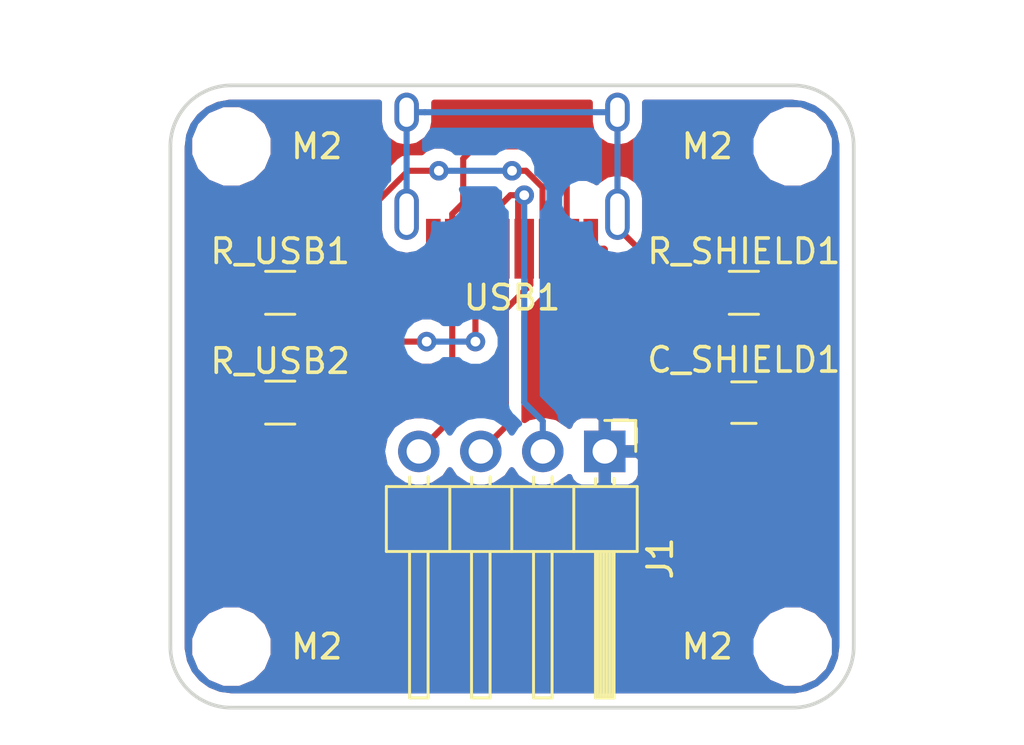
<source format=kicad_pcb>
(kicad_pcb (version 20171130) (host pcbnew "(5.0.2)-1")

  (general
    (thickness 1.6)
    (drawings 8)
    (tracks 64)
    (zones 0)
    (modules 10)
    (nets 10)
  )

  (page A4)
  (title_block
    (title "USB Daughterboard Layout")
    (date 2018-01-03)
    (rev 1)
    (company MetaMechs)
  )

  (layers
    (0 F.Cu signal)
    (31 B.Cu signal)
    (32 B.Adhes user)
    (33 F.Adhes user)
    (34 B.Paste user)
    (35 F.Paste user)
    (36 B.SilkS user)
    (37 F.SilkS user)
    (38 B.Mask user)
    (39 F.Mask user)
    (40 Dwgs.User user)
    (41 Cmts.User user)
    (42 Eco1.User user)
    (43 Eco2.User user)
    (44 Edge.Cuts user)
    (45 Margin user)
    (46 B.CrtYd user)
    (47 F.CrtYd user)
    (48 B.Fab user)
    (49 F.Fab user)
  )

  (setup
    (last_trace_width 0.25)
    (trace_clearance 0.2)
    (zone_clearance 0.508)
    (zone_45_only no)
    (trace_min 0.2)
    (segment_width 0.2)
    (edge_width 0.15)
    (via_size 0.8)
    (via_drill 0.4)
    (via_min_size 0.4)
    (via_min_drill 0.3)
    (uvia_size 0.3)
    (uvia_drill 0.1)
    (uvias_allowed no)
    (uvia_min_size 0.2)
    (uvia_min_drill 0.1)
    (pcb_text_width 0.3)
    (pcb_text_size 1.5 1.5)
    (mod_edge_width 0.15)
    (mod_text_size 1 1)
    (mod_text_width 0.15)
    (pad_size 1.524 1.524)
    (pad_drill 0.762)
    (pad_to_mask_clearance 0.051)
    (solder_mask_min_width 0.25)
    (aux_axis_origin 0 0)
    (visible_elements 7FFFFFFF)
    (pcbplotparams
      (layerselection 0x010fc_ffffffff)
      (usegerberextensions true)
      (usegerberattributes false)
      (usegerberadvancedattributes false)
      (creategerberjobfile false)
      (excludeedgelayer true)
      (linewidth 0.100000)
      (plotframeref false)
      (viasonmask false)
      (mode 1)
      (useauxorigin false)
      (hpglpennumber 1)
      (hpglpenspeed 20)
      (hpglpendiameter 15.000000)
      (psnegative false)
      (psa4output false)
      (plotreference true)
      (plotvalue true)
      (plotinvisibletext false)
      (padsonsilk false)
      (subtractmaskfromsilk false)
      (outputformat 1)
      (mirror false)
      (drillshape 0)
      (scaleselection 1)
      (outputdirectory "gerbers/"))
  )

  (net 0 "")
  (net 1 GND)
  (net 2 "Net-(C_SHIELD1-Pad1)")
  (net 3 "Net-(J1-Pad3)")
  (net 4 "Net-(J1-Pad2)")
  (net 5 "Net-(R_USB1-Pad2)")
  (net 6 "Net-(R_USB2-Pad2)")
  (net 7 "Net-(USB1-Pad9)")
  (net 8 "Net-(USB1-Pad3)")
  (net 9 VCC)

  (net_class Default "This is the default net class."
    (clearance 0.2)
    (trace_width 0.25)
    (via_dia 0.8)
    (via_drill 0.4)
    (uvia_dia 0.3)
    (uvia_drill 0.1)
    (add_net GND)
    (add_net "Net-(C_SHIELD1-Pad1)")
    (add_net "Net-(J1-Pad2)")
    (add_net "Net-(J1-Pad3)")
    (add_net "Net-(R_USB1-Pad2)")
    (add_net "Net-(R_USB2-Pad2)")
    (add_net "Net-(USB1-Pad3)")
    (add_net "Net-(USB1-Pad9)")
    (add_net VCC)
  )

  (module Mounting_Holes:MountingHole_2.2mm_M2 (layer F.Cu) (tedit 5C2DCB76) (tstamp 5C2E1C13)
    (at 25.5 23)
    (descr "Mounting Hole 2.2mm, no annular, M2")
    (tags "mounting hole 2.2mm no annular m2")
    (attr virtual)
    (fp_text reference M2 (at -3.5 0) (layer F.SilkS)
      (effects (font (size 1 1) (thickness 0.15)))
    )
    (fp_text value MountingHole_2.2mm_M2 (at 0 3.2) (layer F.Fab)
      (effects (font (size 1 1) (thickness 0.15)))
    )
    (fp_text user %R (at 0.3 0) (layer F.Fab)
      (effects (font (size 1 1) (thickness 0.15)))
    )
    (fp_circle (center 0 0) (end 2.2 0) (layer Cmts.User) (width 0.15))
    (fp_circle (center 0 0) (end 2.45 0) (layer F.CrtYd) (width 0.05))
    (pad 1 np_thru_hole circle (at 0 0) (size 2.2 2.2) (drill 2.2) (layers *.Cu *.Mask))
  )

  (module Mounting_Holes:MountingHole_2.2mm_M2 (layer F.Cu) (tedit 5C2DCB76) (tstamp 5C2E1C28)
    (at 2.5 23)
    (descr "Mounting Hole 2.2mm, no annular, M2")
    (tags "mounting hole 2.2mm no annular m2")
    (attr virtual)
    (fp_text reference M2 (at 3.5 0) (layer F.SilkS)
      (effects (font (size 1 1) (thickness 0.15)))
    )
    (fp_text value MountingHole_2.2mm_M2 (at 0 3.2) (layer F.Fab)
      (effects (font (size 1 1) (thickness 0.15)))
    )
    (fp_circle (center 0 0) (end 2.45 0) (layer F.CrtYd) (width 0.05))
    (fp_circle (center 0 0) (end 2.2 0) (layer Cmts.User) (width 0.15))
    (fp_text user %R (at 0.3 0) (layer F.Fab)
      (effects (font (size 1 1) (thickness 0.15)))
    )
    (pad 1 np_thru_hole circle (at 0 0) (size 2.2 2.2) (drill 2.2) (layers *.Cu *.Mask))
  )

  (module Mounting_Holes:MountingHole_2.2mm_M2 (layer F.Cu) (tedit 5C2DCB76) (tstamp 5C2E1BE9)
    (at 25.5 2.5)
    (descr "Mounting Hole 2.2mm, no annular, M2")
    (tags "mounting hole 2.2mm no annular m2")
    (attr virtual)
    (fp_text reference M2 (at -3.5 0) (layer F.SilkS)
      (effects (font (size 1 1) (thickness 0.15)))
    )
    (fp_text value MountingHole_2.2mm_M2 (at 0 3.2) (layer F.Fab)
      (effects (font (size 1 1) (thickness 0.15)))
    )
    (fp_circle (center 0 0) (end 2.45 0) (layer F.CrtYd) (width 0.05))
    (fp_circle (center 0 0) (end 2.2 0) (layer Cmts.User) (width 0.15))
    (fp_text user %R (at 0.3 0) (layer F.Fab)
      (effects (font (size 1 1) (thickness 0.15)))
    )
    (pad 1 np_thru_hole circle (at 0 0) (size 2.2 2.2) (drill 2.2) (layers *.Cu *.Mask))
  )

  (module Mounting_Holes:MountingHole_2.2mm_M2 (layer F.Cu) (tedit 5C2DCB76) (tstamp 5C2E1BFE)
    (at 2.5 2.5)
    (descr "Mounting Hole 2.2mm, no annular, M2")
    (tags "mounting hole 2.2mm no annular m2")
    (attr virtual)
    (fp_text reference M2 (at 3.5 0) (layer F.SilkS)
      (effects (font (size 1 1) (thickness 0.15)))
    )
    (fp_text value MountingHole_2.2mm_M2 (at 0 3.2) (layer F.Fab)
      (effects (font (size 1 1) (thickness 0.15)))
    )
    (fp_text user %R (at 0.3 0) (layer F.Fab)
      (effects (font (size 1 1) (thickness 0.15)))
    )
    (fp_circle (center 0 0) (end 2.2 0) (layer Cmts.User) (width 0.15))
    (fp_circle (center 0 0) (end 2.45 0) (layer F.CrtYd) (width 0.05))
    (pad 1 np_thru_hole circle (at 0 0) (size 2.2 2.2) (drill 2.2) (layers *.Cu *.Mask))
  )

  (module Capacitors_SMD:C_0805_HandSoldering (layer F.Cu) (tedit 58AA84A8) (tstamp 5C2E6D5E)
    (at 23.5 13)
    (descr "Capacitor SMD 0805, hand soldering")
    (tags "capacitor 0805")
    (path /5C2F6160)
    (attr smd)
    (fp_text reference C_SHIELD1 (at 0 -1.75) (layer F.SilkS)
      (effects (font (size 1 1) (thickness 0.15)))
    )
    (fp_text value 4.7n (at 0 1.75) (layer F.Fab)
      (effects (font (size 1 1) (thickness 0.15)))
    )
    (fp_line (start 2.25 0.87) (end -2.25 0.87) (layer F.CrtYd) (width 0.05))
    (fp_line (start 2.25 0.87) (end 2.25 -0.88) (layer F.CrtYd) (width 0.05))
    (fp_line (start -2.25 -0.88) (end -2.25 0.87) (layer F.CrtYd) (width 0.05))
    (fp_line (start -2.25 -0.88) (end 2.25 -0.88) (layer F.CrtYd) (width 0.05))
    (fp_line (start -0.5 0.85) (end 0.5 0.85) (layer F.SilkS) (width 0.12))
    (fp_line (start 0.5 -0.85) (end -0.5 -0.85) (layer F.SilkS) (width 0.12))
    (fp_line (start -1 -0.62) (end 1 -0.62) (layer F.Fab) (width 0.1))
    (fp_line (start 1 -0.62) (end 1 0.62) (layer F.Fab) (width 0.1))
    (fp_line (start 1 0.62) (end -1 0.62) (layer F.Fab) (width 0.1))
    (fp_line (start -1 0.62) (end -1 -0.62) (layer F.Fab) (width 0.1))
    (fp_text user %R (at 0 -1.75) (layer F.Fab)
      (effects (font (size 1 1) (thickness 0.15)))
    )
    (pad 2 smd rect (at 1.25 0) (size 1.5 1.25) (layers F.Cu F.Paste F.Mask)
      (net 1 GND))
    (pad 1 smd rect (at -1.25 0) (size 1.5 1.25) (layers F.Cu F.Paste F.Mask)
      (net 2 "Net-(C_SHIELD1-Pad1)"))
    (model Capacitors_SMD.3dshapes/C_0805.wrl
      (at (xyz 0 0 0))
      (scale (xyz 1 1 1))
      (rotate (xyz 0 0 0))
    )
  )

  (module keyboard_parts:Pin_Header_Angled_1x04_Pitch2.54mm_centered (layer F.Cu) (tedit 5C0A37D5) (tstamp 5C2E6887)
    (at 14 15 270)
    (descr "Through hole angled pin header, 1x04, 2.54mm pitch, 6mm pin length, single row")
    (tags "Through hole angled pin header THT 1x04 2.54mm single row")
    (path /5C1363D1)
    (fp_text reference J1 (at 4.385 -6.07 270) (layer F.SilkS)
      (effects (font (size 1 1) (thickness 0.15)))
    )
    (fp_text value Conn_01x04 (at 4.385 6.09 270) (layer F.Fab)
      (effects (font (size 1 1) (thickness 0.15)))
    )
    (fp_text user %R (at 2.77 0.01) (layer F.Fab)
      (effects (font (size 1 1) (thickness 0.15)))
    )
    (fp_line (start 10.55 -5.6) (end -1.8 -5.6) (layer F.CrtYd) (width 0.05))
    (fp_line (start 10.55 5.6) (end 10.55 -5.6) (layer F.CrtYd) (width 0.05))
    (fp_line (start -1.8 5.6) (end 10.55 5.6) (layer F.CrtYd) (width 0.05))
    (fp_line (start -1.8 -5.6) (end -1.8 5.6) (layer F.CrtYd) (width 0.05))
    (fp_line (start -1.27 -5.07) (end 0 -5.07) (layer F.SilkS) (width 0.12))
    (fp_line (start -1.27 -3.8) (end -1.27 -5.07) (layer F.SilkS) (width 0.12))
    (fp_line (start 1.042929 4.2) (end 1.44 4.2) (layer F.SilkS) (width 0.12))
    (fp_line (start 1.042929 3.44) (end 1.44 3.44) (layer F.SilkS) (width 0.12))
    (fp_line (start 10.1 4.2) (end 4.1 4.2) (layer F.SilkS) (width 0.12))
    (fp_line (start 10.1 3.44) (end 10.1 4.2) (layer F.SilkS) (width 0.12))
    (fp_line (start 4.1 3.44) (end 10.1 3.44) (layer F.SilkS) (width 0.12))
    (fp_line (start 1.44 2.55) (end 4.1 2.55) (layer F.SilkS) (width 0.12))
    (fp_line (start 1.042929 1.66) (end 1.44 1.66) (layer F.SilkS) (width 0.12))
    (fp_line (start 1.042929 0.9) (end 1.44 0.9) (layer F.SilkS) (width 0.12))
    (fp_line (start 10.1 1.66) (end 4.1 1.66) (layer F.SilkS) (width 0.12))
    (fp_line (start 10.1 0.9) (end 10.1 1.66) (layer F.SilkS) (width 0.12))
    (fp_line (start 4.1 0.9) (end 10.1 0.9) (layer F.SilkS) (width 0.12))
    (fp_line (start 1.44 0.01) (end 4.1 0.01) (layer F.SilkS) (width 0.12))
    (fp_line (start 1.042929 -0.88) (end 1.44 -0.88) (layer F.SilkS) (width 0.12))
    (fp_line (start 1.042929 -1.64) (end 1.44 -1.64) (layer F.SilkS) (width 0.12))
    (fp_line (start 10.1 -0.88) (end 4.1 -0.88) (layer F.SilkS) (width 0.12))
    (fp_line (start 10.1 -1.64) (end 10.1 -0.88) (layer F.SilkS) (width 0.12))
    (fp_line (start 4.1 -1.64) (end 10.1 -1.64) (layer F.SilkS) (width 0.12))
    (fp_line (start 1.44 -2.53) (end 4.1 -2.53) (layer F.SilkS) (width 0.12))
    (fp_line (start 1.11 -3.42) (end 1.44 -3.42) (layer F.SilkS) (width 0.12))
    (fp_line (start 1.11 -4.18) (end 1.44 -4.18) (layer F.SilkS) (width 0.12))
    (fp_line (start 4.1 -3.52) (end 10.1 -3.52) (layer F.SilkS) (width 0.12))
    (fp_line (start 4.1 -3.64) (end 10.1 -3.64) (layer F.SilkS) (width 0.12))
    (fp_line (start 4.1 -3.76) (end 10.1 -3.76) (layer F.SilkS) (width 0.12))
    (fp_line (start 4.1 -3.88) (end 10.1 -3.88) (layer F.SilkS) (width 0.12))
    (fp_line (start 4.1 -4) (end 10.1 -4) (layer F.SilkS) (width 0.12))
    (fp_line (start 4.1 -4.12) (end 10.1 -4.12) (layer F.SilkS) (width 0.12))
    (fp_line (start 10.1 -3.42) (end 4.1 -3.42) (layer F.SilkS) (width 0.12))
    (fp_line (start 10.1 -4.18) (end 10.1 -3.42) (layer F.SilkS) (width 0.12))
    (fp_line (start 4.1 -4.18) (end 10.1 -4.18) (layer F.SilkS) (width 0.12))
    (fp_line (start 4.1 -5.13) (end 1.44 -5.13) (layer F.SilkS) (width 0.12))
    (fp_line (start 4.1 5.15) (end 4.1 -5.13) (layer F.SilkS) (width 0.12))
    (fp_line (start 1.44 5.15) (end 4.1 5.15) (layer F.SilkS) (width 0.12))
    (fp_line (start 1.44 -5.13) (end 1.44 5.15) (layer F.SilkS) (width 0.12))
    (fp_line (start 4.04 4.14) (end 10.04 4.14) (layer F.Fab) (width 0.1))
    (fp_line (start 10.04 3.5) (end 10.04 4.14) (layer F.Fab) (width 0.1))
    (fp_line (start 4.04 3.5) (end 10.04 3.5) (layer F.Fab) (width 0.1))
    (fp_line (start -0.32 4.14) (end 1.5 4.14) (layer F.Fab) (width 0.1))
    (fp_line (start -0.32 3.5) (end -0.32 4.14) (layer F.Fab) (width 0.1))
    (fp_line (start -0.32 3.5) (end 1.5 3.5) (layer F.Fab) (width 0.1))
    (fp_line (start 4.04 1.6) (end 10.04 1.6) (layer F.Fab) (width 0.1))
    (fp_line (start 10.04 0.96) (end 10.04 1.6) (layer F.Fab) (width 0.1))
    (fp_line (start 4.04 0.96) (end 10.04 0.96) (layer F.Fab) (width 0.1))
    (fp_line (start -0.32 1.6) (end 1.5 1.6) (layer F.Fab) (width 0.1))
    (fp_line (start -0.32 0.96) (end -0.32 1.6) (layer F.Fab) (width 0.1))
    (fp_line (start -0.32 0.96) (end 1.5 0.96) (layer F.Fab) (width 0.1))
    (fp_line (start 4.04 -0.94) (end 10.04 -0.94) (layer F.Fab) (width 0.1))
    (fp_line (start 10.04 -1.58) (end 10.04 -0.94) (layer F.Fab) (width 0.1))
    (fp_line (start 4.04 -1.58) (end 10.04 -1.58) (layer F.Fab) (width 0.1))
    (fp_line (start -0.32 -0.94) (end 1.5 -0.94) (layer F.Fab) (width 0.1))
    (fp_line (start -0.32 -1.58) (end -0.32 -0.94) (layer F.Fab) (width 0.1))
    (fp_line (start -0.32 -1.58) (end 1.5 -1.58) (layer F.Fab) (width 0.1))
    (fp_line (start 4.04 -3.48) (end 10.04 -3.48) (layer F.Fab) (width 0.1))
    (fp_line (start 10.04 -4.12) (end 10.04 -3.48) (layer F.Fab) (width 0.1))
    (fp_line (start 4.04 -4.12) (end 10.04 -4.12) (layer F.Fab) (width 0.1))
    (fp_line (start -0.32 -3.48) (end 1.5 -3.48) (layer F.Fab) (width 0.1))
    (fp_line (start -0.32 -4.12) (end -0.32 -3.48) (layer F.Fab) (width 0.1))
    (fp_line (start -0.32 -4.12) (end 1.5 -4.12) (layer F.Fab) (width 0.1))
    (fp_line (start 1.5 -4.435) (end 2.135 -5.07) (layer F.Fab) (width 0.1))
    (fp_line (start 1.5 5.09) (end 1.5 -4.435) (layer F.Fab) (width 0.1))
    (fp_line (start 4.04 5.09) (end 1.5 5.09) (layer F.Fab) (width 0.1))
    (fp_line (start 4.04 -5.07) (end 4.04 5.09) (layer F.Fab) (width 0.1))
    (fp_line (start 2.135 -5.07) (end 4.04 -5.07) (layer F.Fab) (width 0.1))
    (pad 4 thru_hole oval (at 0 3.82 270) (size 1.7 1.7) (drill 1) (layers *.Cu *.Mask)
      (net 9 VCC))
    (pad 3 thru_hole oval (at 0 1.28 270) (size 1.7 1.7) (drill 1) (layers *.Cu *.Mask)
      (net 3 "Net-(J1-Pad3)"))
    (pad 2 thru_hole oval (at 0 -1.26 270) (size 1.7 1.7) (drill 1) (layers *.Cu *.Mask)
      (net 4 "Net-(J1-Pad2)"))
    (pad 1 thru_hole rect (at 0 -3.8 270) (size 1.7 1.7) (drill 1) (layers *.Cu *.Mask)
      (net 1 GND))
    (model ${KISYS3DMOD}/Pin_Headers.3dshapes/Pin_Header_Angled_1x04_Pitch2.54mm.wrl
      (at (xyz 0 0 0))
      (scale (xyz 1 1 1))
      (rotate (xyz 0 0 0))
    )
  )

  (module Resistors_SMD:R_0805_HandSoldering (layer F.Cu) (tedit 58E0A804) (tstamp 5C2E6898)
    (at 23.5 8.5)
    (descr "Resistor SMD 0805, hand soldering")
    (tags "resistor 0805")
    (path /5C2F5F14)
    (attr smd)
    (fp_text reference R_SHIELD1 (at 0 -1.7) (layer F.SilkS)
      (effects (font (size 1 1) (thickness 0.15)))
    )
    (fp_text value 1M (at 0 1.75) (layer F.Fab)
      (effects (font (size 1 1) (thickness 0.15)))
    )
    (fp_line (start 2.35 0.9) (end -2.35 0.9) (layer F.CrtYd) (width 0.05))
    (fp_line (start 2.35 0.9) (end 2.35 -0.9) (layer F.CrtYd) (width 0.05))
    (fp_line (start -2.35 -0.9) (end -2.35 0.9) (layer F.CrtYd) (width 0.05))
    (fp_line (start -2.35 -0.9) (end 2.35 -0.9) (layer F.CrtYd) (width 0.05))
    (fp_line (start -0.6 -0.88) (end 0.6 -0.88) (layer F.SilkS) (width 0.12))
    (fp_line (start 0.6 0.88) (end -0.6 0.88) (layer F.SilkS) (width 0.12))
    (fp_line (start -1 -0.62) (end 1 -0.62) (layer F.Fab) (width 0.1))
    (fp_line (start 1 -0.62) (end 1 0.62) (layer F.Fab) (width 0.1))
    (fp_line (start 1 0.62) (end -1 0.62) (layer F.Fab) (width 0.1))
    (fp_line (start -1 0.62) (end -1 -0.62) (layer F.Fab) (width 0.1))
    (fp_text user %R (at 0 0) (layer F.Fab)
      (effects (font (size 0.5 0.5) (thickness 0.075)))
    )
    (pad 2 smd rect (at 1.35 0) (size 1.5 1.3) (layers F.Cu F.Paste F.Mask)
      (net 1 GND))
    (pad 1 smd rect (at -1.35 0) (size 1.5 1.3) (layers F.Cu F.Paste F.Mask)
      (net 2 "Net-(C_SHIELD1-Pad1)"))
    (model ${KISYS3DMOD}/Resistors_SMD.3dshapes/R_0805.wrl
      (at (xyz 0 0 0))
      (scale (xyz 1 1 1))
      (rotate (xyz 0 0 0))
    )
  )

  (module Resistors_SMD:R_0805_HandSoldering (layer F.Cu) (tedit 58E0A804) (tstamp 5C2E68A9)
    (at 4.5 8.5)
    (descr "Resistor SMD 0805, hand soldering")
    (tags "resistor 0805")
    (path /5C3D6CD9)
    (attr smd)
    (fp_text reference R_USB1 (at 0 -1.7) (layer F.SilkS)
      (effects (font (size 1 1) (thickness 0.15)))
    )
    (fp_text value 5.1K (at 0 1.75) (layer F.Fab)
      (effects (font (size 1 1) (thickness 0.15)))
    )
    (fp_line (start 2.35 0.9) (end -2.35 0.9) (layer F.CrtYd) (width 0.05))
    (fp_line (start 2.35 0.9) (end 2.35 -0.9) (layer F.CrtYd) (width 0.05))
    (fp_line (start -2.35 -0.9) (end -2.35 0.9) (layer F.CrtYd) (width 0.05))
    (fp_line (start -2.35 -0.9) (end 2.35 -0.9) (layer F.CrtYd) (width 0.05))
    (fp_line (start -0.6 -0.88) (end 0.6 -0.88) (layer F.SilkS) (width 0.12))
    (fp_line (start 0.6 0.88) (end -0.6 0.88) (layer F.SilkS) (width 0.12))
    (fp_line (start -1 -0.62) (end 1 -0.62) (layer F.Fab) (width 0.1))
    (fp_line (start 1 -0.62) (end 1 0.62) (layer F.Fab) (width 0.1))
    (fp_line (start 1 0.62) (end -1 0.62) (layer F.Fab) (width 0.1))
    (fp_line (start -1 0.62) (end -1 -0.62) (layer F.Fab) (width 0.1))
    (fp_text user %R (at 0 0) (layer F.Fab)
      (effects (font (size 0.5 0.5) (thickness 0.075)))
    )
    (pad 2 smd rect (at 1.35 0) (size 1.5 1.3) (layers F.Cu F.Paste F.Mask)
      (net 5 "Net-(R_USB1-Pad2)"))
    (pad 1 smd rect (at -1.35 0) (size 1.5 1.3) (layers F.Cu F.Paste F.Mask)
      (net 1 GND))
    (model ${KISYS3DMOD}/Resistors_SMD.3dshapes/R_0805.wrl
      (at (xyz 0 0 0))
      (scale (xyz 1 1 1))
      (rotate (xyz 0 0 0))
    )
  )

  (module Resistors_SMD:R_0805_HandSoldering (layer F.Cu) (tedit 58E0A804) (tstamp 5C2E6DAF)
    (at 4.5 13)
    (descr "Resistor SMD 0805, hand soldering")
    (tags "resistor 0805")
    (path /5C3D65BA)
    (attr smd)
    (fp_text reference R_USB2 (at 0 -1.7) (layer F.SilkS)
      (effects (font (size 1 1) (thickness 0.15)))
    )
    (fp_text value 5.1K (at 0 1.75) (layer F.Fab)
      (effects (font (size 1 1) (thickness 0.15)))
    )
    (fp_text user %R (at 0 0) (layer F.Fab)
      (effects (font (size 0.5 0.5) (thickness 0.075)))
    )
    (fp_line (start -1 0.62) (end -1 -0.62) (layer F.Fab) (width 0.1))
    (fp_line (start 1 0.62) (end -1 0.62) (layer F.Fab) (width 0.1))
    (fp_line (start 1 -0.62) (end 1 0.62) (layer F.Fab) (width 0.1))
    (fp_line (start -1 -0.62) (end 1 -0.62) (layer F.Fab) (width 0.1))
    (fp_line (start 0.6 0.88) (end -0.6 0.88) (layer F.SilkS) (width 0.12))
    (fp_line (start -0.6 -0.88) (end 0.6 -0.88) (layer F.SilkS) (width 0.12))
    (fp_line (start -2.35 -0.9) (end 2.35 -0.9) (layer F.CrtYd) (width 0.05))
    (fp_line (start -2.35 -0.9) (end -2.35 0.9) (layer F.CrtYd) (width 0.05))
    (fp_line (start 2.35 0.9) (end 2.35 -0.9) (layer F.CrtYd) (width 0.05))
    (fp_line (start 2.35 0.9) (end -2.35 0.9) (layer F.CrtYd) (width 0.05))
    (pad 1 smd rect (at -1.35 0) (size 1.5 1.3) (layers F.Cu F.Paste F.Mask)
      (net 1 GND))
    (pad 2 smd rect (at 1.35 0) (size 1.5 1.3) (layers F.Cu F.Paste F.Mask)
      (net 6 "Net-(R_USB2-Pad2)"))
    (model ${KISYS3DMOD}/Resistors_SMD.3dshapes/R_0805.wrl
      (at (xyz 0 0 0))
      (scale (xyz 1 1 1))
      (rotate (xyz 0 0 0))
    )
  )

  (module Type-C:HRO-TYPE-C-31-M-12-HandSoldering (layer F.Cu) (tedit 5ACED934) (tstamp 5C2E68D4)
    (at 14 -1.5 180)
    (path /5C25A94F)
    (fp_text reference USB1 (at 0 -10.2 180) (layer F.SilkS)
      (effects (font (size 1 1) (thickness 0.15)))
    )
    (fp_text value HRO-TYPE-C-31-M-12 (at 0 1.15 180) (layer Dwgs.User)
      (effects (font (size 1 1) (thickness 0.15)))
    )
    (fp_line (start -4.47 -7.3) (end 4.47 -7.3) (layer Dwgs.User) (width 0.15))
    (fp_line (start 4.47 0) (end 4.47 -7.3) (layer Dwgs.User) (width 0.15))
    (fp_line (start -4.47 0) (end -4.47 -7.3) (layer Dwgs.User) (width 0.15))
    (fp_line (start -4.47 0) (end 4.47 0) (layer Dwgs.User) (width 0.15))
    (pad 13 thru_hole oval (at 4.32 -2.6 180) (size 1 1.6) (drill oval 0.6 1.2) (layers *.Cu B.Mask)
      (net 2 "Net-(C_SHIELD1-Pad1)"))
    (pad 13 thru_hole oval (at -4.32 -2.6 180) (size 1 1.6) (drill oval 0.6 1.2) (layers *.Cu B.Mask)
      (net 2 "Net-(C_SHIELD1-Pad1)"))
    (pad 13 thru_hole oval (at 4.32 -6.78 180) (size 1 2.1) (drill oval 0.6 1.7) (layers *.Cu B.Mask)
      (net 2 "Net-(C_SHIELD1-Pad1)"))
    (pad 13 thru_hole oval (at -4.32 -6.78 180) (size 1 2.1) (drill oval 0.6 1.7) (layers *.Cu B.Mask)
      (net 2 "Net-(C_SHIELD1-Pad1)"))
    (pad "" np_thru_hole circle (at -2.89 -6.25 180) (size 0.65 0.65) (drill 0.65) (layers *.Cu *.Mask))
    (pad "" np_thru_hole circle (at 2.89 -6.25 180) (size 0.65 0.65) (drill 0.65) (layers *.Cu *.Mask))
    (pad 6 smd rect (at -0.25 -8.195 180) (size 0.3 2.45) (layers F.Cu F.Paste F.Mask)
      (net 4 "Net-(J1-Pad2)"))
    (pad 7 smd rect (at 0.25 -8.195 180) (size 0.3 2.45) (layers F.Cu F.Paste F.Mask)
      (net 3 "Net-(J1-Pad3)"))
    (pad 8 smd rect (at 0.75 -8.195 180) (size 0.3 2.45) (layers F.Cu F.Paste F.Mask)
      (net 4 "Net-(J1-Pad2)"))
    (pad 5 smd rect (at -0.75 -8.195 180) (size 0.3 2.45) (layers F.Cu F.Paste F.Mask)
      (net 3 "Net-(J1-Pad3)"))
    (pad 9 smd rect (at 1.25 -8.195 180) (size 0.3 2.45) (layers F.Cu F.Paste F.Mask)
      (net 7 "Net-(USB1-Pad9)"))
    (pad 4 smd rect (at -1.25 -8.195 180) (size 0.3 2.45) (layers F.Cu F.Paste F.Mask)
      (net 5 "Net-(R_USB1-Pad2)"))
    (pad 10 smd rect (at 1.75 -8.195 180) (size 0.3 2.45) (layers F.Cu F.Paste F.Mask)
      (net 6 "Net-(R_USB2-Pad2)"))
    (pad 3 smd rect (at -1.75 -8.195 180) (size 0.3 2.45) (layers F.Cu F.Paste F.Mask)
      (net 8 "Net-(USB1-Pad3)"))
    (pad 2 smd rect (at -2.45 -8.195 180) (size 0.6 2.45) (layers F.Cu F.Paste F.Mask)
      (net 9 VCC))
    (pad 11 smd rect (at 2.45 -8.195 180) (size 0.6 2.45) (layers F.Cu F.Paste F.Mask)
      (net 9 VCC))
    (pad 1 smd rect (at -3.225 -8.195 180) (size 0.6 2.45) (layers F.Cu F.Paste F.Mask)
      (net 1 GND))
    (pad 12 smd rect (at 3.225 -8.195 180) (size 0.6 2.45) (layers F.Cu F.Paste F.Mask)
      (net 1 GND))
  )

  (gr_line (start 0 2.5) (end 0 23) (layer Edge.Cuts) (width 0.15) (tstamp 5C2E1BDD))
  (gr_line (start 28 2.5) (end 28 23) (layer Edge.Cuts) (width 0.15) (tstamp 5C2E1BE0))
  (gr_line (start 2.5 0) (end 25.5 0) (layer Edge.Cuts) (width 0.15) (tstamp 5C2E1BCE))
  (gr_line (start 25.5 25.5) (end 2.5 25.5) (layer Edge.Cuts) (width 0.15) (tstamp 5C2E1BD1))
  (gr_arc (start 25.5 2.5) (end 28 2.5) (angle -90) (layer Edge.Cuts) (width 0.15) (tstamp 5C2E1BD4))
  (gr_arc (start 2.5 2.5) (end 2.5 0) (angle -90) (layer Edge.Cuts) (width 0.15) (tstamp 5C2E1BCB))
  (gr_arc (start 2.5 23) (end 0 23) (angle -90) (layer Edge.Cuts) (width 0.15) (tstamp 5C2E1BD7))
  (gr_arc (start 25.5 23) (end 25.5 25.5) (angle -90) (layer Edge.Cuts) (width 0.15) (tstamp 5C2E1BDA))

  (segment (start 17.8 13.9) (end 17.8 15) (width 0.25) (layer F.Cu) (net 1))
  (segment (start 17.8 6.72) (end 17.8 13.9) (width 0.25) (layer F.Cu) (net 1))
  (segment (start 17.775 6.695) (end 17.8 6.72) (width 0.25) (layer F.Cu) (net 1))
  (segment (start 17.225 6.695) (end 17.775 6.695) (width 0.25) (layer F.Cu) (net 1))
  (segment (start 10.775 7.62) (end 10.775 6.695) (width 0.25) (layer F.Cu) (net 1))
  (segment (start 8.395 10) (end 10.775 7.62) (width 0.25) (layer F.Cu) (net 1))
  (segment (start 3.75 10) (end 8.395 10) (width 0.25) (layer F.Cu) (net 1))
  (segment (start 3.15 9.4) (end 3.75 10) (width 0.25) (layer F.Cu) (net 1))
  (segment (start 3.15 8.5) (end 3.15 9.4) (width 0.25) (layer F.Cu) (net 1))
  (segment (start 9.68 5.28) (end 9.68 1.1) (width 0.25) (layer B.Cu) (net 2))
  (segment (start 10.43 1.1) (end 18.32 1.1) (width 0.25) (layer B.Cu) (net 2))
  (segment (start 9.68 1.1) (end 10.43 1.1) (width 0.25) (layer B.Cu) (net 2))
  (segment (start 18.32 1.1) (end 18.32 5.28) (width 0.25) (layer B.Cu) (net 2))
  (segment (start 21.15 8.5) (end 22.15 8.5) (width 0.25) (layer F.Cu) (net 2))
  (segment (start 20.99 8.5) (end 21.15 8.5) (width 0.25) (layer F.Cu) (net 2))
  (segment (start 18.32 5.83) (end 20.99 8.5) (width 0.25) (layer F.Cu) (net 2))
  (segment (start 18.32 5.28) (end 18.32 5.83) (width 0.25) (layer F.Cu) (net 2))
  (segment (start 22.15 12.9) (end 22.25 13) (width 0.25) (layer F.Cu) (net 2))
  (segment (start 22.15 8.5) (end 22.15 12.9) (width 0.25) (layer F.Cu) (net 2))
  (segment (start 12.72 15) (end 13.75 13.97) (width 0.25) (layer F.Cu) (net 3))
  (segment (start 13.75 9.17) (end 13.75 9.5) (width 0.25) (layer F.Cu) (net 3))
  (segment (start 14.75 8.17) (end 13.75 9.17) (width 0.25) (layer F.Cu) (net 3))
  (segment (start 14.75 6.695) (end 14.75 8.17) (width 0.25) (layer F.Cu) (net 3))
  (segment (start 13.75 13.97) (end 13.75 9.5) (width 0.25) (layer F.Cu) (net 3))
  (segment (start 13.75 9.5) (end 13.75 6.695) (width 0.25) (layer F.Cu) (net 3))
  (via (at 14.5 4.5) (size 0.8) (drill 0.4) (layers F.Cu B.Cu) (net 4))
  (segment (start 14.25 6.695) (end 14.25 4.75) (width 0.25) (layer F.Cu) (net 4))
  (segment (start 14.25 4.75) (end 14.5 4.5) (width 0.25) (layer F.Cu) (net 4))
  (segment (start 14.5 4.5) (end 14.5 13) (width 0.25) (layer B.Cu) (net 4))
  (segment (start 15.26 13.76) (end 15.26 15) (width 0.25) (layer B.Cu) (net 4))
  (segment (start 14.5 13) (end 15.26 13.76) (width 0.25) (layer B.Cu) (net 4))
  (segment (start 13.25 5.22) (end 13.25 6.695) (width 0.25) (layer F.Cu) (net 4))
  (segment (start 13.25 5.184315) (end 13.25 5.22) (width 0.25) (layer F.Cu) (net 4))
  (segment (start 13.934315 4.5) (end 13.25 5.184315) (width 0.25) (layer F.Cu) (net 4))
  (segment (start 14.5 4.5) (end 13.934315 4.5) (width 0.25) (layer F.Cu) (net 4))
  (via (at 14 3.5) (size 0.8) (drill 0.4) (layers F.Cu B.Cu) (net 5))
  (segment (start 14.573002 3.5) (end 14 3.5) (width 0.25) (layer F.Cu) (net 5))
  (segment (start 15.25 6.695) (end 15.25 4.176998) (width 0.25) (layer F.Cu) (net 5))
  (segment (start 15.25 4.176998) (end 14.573002 3.5) (width 0.25) (layer F.Cu) (net 5))
  (via (at 11 3.5) (size 0.8) (drill 0.4) (layers F.Cu B.Cu) (net 5))
  (segment (start 14 3.5) (end 11 3.5) (width 0.25) (layer B.Cu) (net 5))
  (segment (start 5.85 7.6) (end 5.85 8.5) (width 0.25) (layer F.Cu) (net 5))
  (segment (start 5.85 7.39326) (end 5.85 7.6) (width 0.25) (layer F.Cu) (net 5))
  (segment (start 9.74326 3.5) (end 5.85 7.39326) (width 0.25) (layer F.Cu) (net 5))
  (segment (start 11 3.5) (end 9.74326 3.5) (width 0.25) (layer F.Cu) (net 5))
  (via (at 12.5 10.5) (size 0.8) (drill 0.4) (layers F.Cu B.Cu) (net 6))
  (segment (start 12.5 8.42) (end 12.5 10.5) (width 0.25) (layer F.Cu) (net 6))
  (segment (start 12.25 6.695) (end 12.25 8.17) (width 0.25) (layer F.Cu) (net 6))
  (segment (start 12.25 8.17) (end 12.5 8.42) (width 0.25) (layer F.Cu) (net 6))
  (via (at 10.5 10.5) (size 0.8) (drill 0.4) (layers F.Cu B.Cu) (net 6))
  (segment (start 12.5 10.5) (end 10.5 10.5) (width 0.25) (layer B.Cu) (net 6))
  (segment (start 5.85 12.1) (end 5.85 13) (width 0.25) (layer F.Cu) (net 6))
  (segment (start 7.45 10.5) (end 5.85 12.1) (width 0.25) (layer F.Cu) (net 6))
  (segment (start 10.5 10.5) (end 7.45 10.5) (width 0.25) (layer F.Cu) (net 6))
  (segment (start 16.239999 6.484999) (end 16.239999 3.239999) (width 0.25) (layer F.Cu) (net 9))
  (segment (start 16.45 6.695) (end 16.239999 6.484999) (width 0.25) (layer F.Cu) (net 9))
  (segment (start 16.239999 3.239999) (end 15.5 2.5) (width 0.25) (layer F.Cu) (net 9))
  (segment (start 15.5 2.5) (end 12.5 2.5) (width 0.25) (layer F.Cu) (net 9))
  (segment (start 12.5 2.5) (end 12 3) (width 0.25) (layer F.Cu) (net 9))
  (segment (start 11.55 5.272002) (end 11.55 6.695) (width 0.25) (layer F.Cu) (net 9))
  (segment (start 12 4.822002) (end 11.55 5.272002) (width 0.25) (layer F.Cu) (net 9))
  (segment (start 12 3) (end 12 4.822002) (width 0.25) (layer F.Cu) (net 9))
  (segment (start 11.55 13.63) (end 11.55 6.695) (width 0.25) (layer F.Cu) (net 9))
  (segment (start 10.18 15) (end 11.55 13.63) (width 0.25) (layer F.Cu) (net 9))

  (zone (net 1) (net_name GND) (layer F.Cu) (tstamp 5C2E6790) (hatch edge 0.508)
    (connect_pads (clearance 0.508))
    (min_thickness 0.254)
    (fill yes (arc_segments 16) (thermal_gap 0.508) (thermal_bridge_width 0.508))
    (polygon
      (pts
        (xy 0 0) (xy 28 0) (xy 28 25.5) (xy 0 25.5)
      )
    )
    (filled_polygon
      (pts
        (xy 8.545 1.511782) (xy 8.610854 1.842854) (xy 8.861711 2.218289) (xy 9.237145 2.469146) (xy 9.68 2.557235)
        (xy 10.122854 2.469146) (xy 10.498289 2.218289) (xy 10.749146 1.842855) (xy 10.815 1.511783) (xy 10.815 0.71)
        (xy 17.185 0.71) (xy 17.185 1.511782) (xy 17.250854 1.842854) (xy 17.501711 2.218289) (xy 17.877145 2.469146)
        (xy 18.32 2.557235) (xy 18.762854 2.469146) (xy 19.138289 2.218289) (xy 19.180652 2.154887) (xy 23.765 2.154887)
        (xy 23.765 2.845113) (xy 24.029138 3.482799) (xy 24.517201 3.970862) (xy 25.154887 4.235) (xy 25.845113 4.235)
        (xy 26.482799 3.970862) (xy 26.970862 3.482799) (xy 27.235 2.845113) (xy 27.235 2.154887) (xy 26.970862 1.517201)
        (xy 26.482799 1.029138) (xy 25.845113 0.765) (xy 25.154887 0.765) (xy 24.517201 1.029138) (xy 24.029138 1.517201)
        (xy 23.765 2.154887) (xy 19.180652 2.154887) (xy 19.389146 1.842855) (xy 19.455 1.511783) (xy 19.455 0.71)
        (xy 25.455335 0.71) (xy 25.943752 0.771701) (xy 26.35962 0.936355) (xy 26.721476 1.199259) (xy 27.006581 1.543891)
        (xy 27.197024 1.948604) (xy 27.287172 2.421175) (xy 27.29 2.511163) (xy 27.290001 22.95532) (xy 27.228299 23.443751)
        (xy 27.063646 23.859618) (xy 26.800741 24.221477) (xy 26.456105 24.506583) (xy 26.051395 24.697024) (xy 25.578825 24.787172)
        (xy 25.488837 24.79) (xy 2.544673 24.79) (xy 2.056249 24.728299) (xy 1.640382 24.563646) (xy 1.278523 24.300741)
        (xy 0.993417 23.956105) (xy 0.802976 23.551395) (xy 0.712828 23.078825) (xy 0.71 22.988837) (xy 0.71 22.654887)
        (xy 0.765 22.654887) (xy 0.765 23.345113) (xy 1.029138 23.982799) (xy 1.517201 24.470862) (xy 2.154887 24.735)
        (xy 2.845113 24.735) (xy 3.482799 24.470862) (xy 3.970862 23.982799) (xy 4.235 23.345113) (xy 4.235 22.654887)
        (xy 23.765 22.654887) (xy 23.765 23.345113) (xy 24.029138 23.982799) (xy 24.517201 24.470862) (xy 25.154887 24.735)
        (xy 25.845113 24.735) (xy 26.482799 24.470862) (xy 26.970862 23.982799) (xy 27.235 23.345113) (xy 27.235 22.654887)
        (xy 26.970862 22.017201) (xy 26.482799 21.529138) (xy 25.845113 21.265) (xy 25.154887 21.265) (xy 24.517201 21.529138)
        (xy 24.029138 22.017201) (xy 23.765 22.654887) (xy 4.235 22.654887) (xy 3.970862 22.017201) (xy 3.482799 21.529138)
        (xy 2.845113 21.265) (xy 2.154887 21.265) (xy 1.517201 21.529138) (xy 1.029138 22.017201) (xy 0.765 22.654887)
        (xy 0.71 22.654887) (xy 0.71 13.28575) (xy 1.765 13.28575) (xy 1.765 13.77631) (xy 1.861673 14.009699)
        (xy 2.040302 14.188327) (xy 2.273691 14.285) (xy 2.86425 14.285) (xy 3.023 14.12625) (xy 3.023 13.127)
        (xy 1.92375 13.127) (xy 1.765 13.28575) (xy 0.71 13.28575) (xy 0.71 12.22369) (xy 1.765 12.22369)
        (xy 1.765 12.71425) (xy 1.92375 12.873) (xy 3.023 12.873) (xy 3.023 11.87375) (xy 2.86425 11.715)
        (xy 2.273691 11.715) (xy 2.040302 11.811673) (xy 1.861673 11.990301) (xy 1.765 12.22369) (xy 0.71 12.22369)
        (xy 0.71 8.78575) (xy 1.765 8.78575) (xy 1.765 9.27631) (xy 1.861673 9.509699) (xy 2.040302 9.688327)
        (xy 2.273691 9.785) (xy 2.86425 9.785) (xy 3.023 9.62625) (xy 3.023 8.627) (xy 1.92375 8.627)
        (xy 1.765 8.78575) (xy 0.71 8.78575) (xy 0.71 7.72369) (xy 1.765 7.72369) (xy 1.765 8.21425)
        (xy 1.92375 8.373) (xy 3.023 8.373) (xy 3.023 7.37375) (xy 3.277 7.37375) (xy 3.277 8.373)
        (xy 3.297 8.373) (xy 3.297 8.627) (xy 3.277 8.627) (xy 3.277 9.62625) (xy 3.43575 9.785)
        (xy 4.026309 9.785) (xy 4.259698 9.688327) (xy 4.438327 9.509699) (xy 4.496279 9.369791) (xy 4.501843 9.397765)
        (xy 4.642191 9.607809) (xy 4.852235 9.748157) (xy 5.1 9.79744) (xy 6.6 9.79744) (xy 6.847765 9.748157)
        (xy 7.057809 9.607809) (xy 7.198157 9.397765) (xy 7.24744 9.15) (xy 7.24744 7.85) (xy 7.198157 7.602235)
        (xy 7.057809 7.392191) (xy 6.978718 7.339343) (xy 8.545 5.773062) (xy 8.545 5.941782) (xy 8.610854 6.272854)
        (xy 8.861711 6.648289) (xy 9.237145 6.899146) (xy 9.68 6.987235) (xy 9.871633 6.949117) (xy 9.84 6.98075)
        (xy 9.84 8.04631) (xy 9.936673 8.279699) (xy 10.115302 8.458327) (xy 10.348691 8.555) (xy 10.48925 8.555)
        (xy 10.648 8.39625) (xy 10.648 8.148445) (xy 10.651843 8.167765) (xy 10.790001 8.374531) (xy 10.790001 9.499846)
        (xy 10.705874 9.465) (xy 10.294126 9.465) (xy 9.91372 9.622569) (xy 9.796289 9.74) (xy 7.524848 9.74)
        (xy 7.45 9.725112) (xy 7.375152 9.74) (xy 7.375148 9.74) (xy 7.201605 9.77452) (xy 7.153462 9.784096)
        (xy 7.001098 9.885903) (xy 6.902071 9.952071) (xy 6.859671 10.015527) (xy 5.36553 11.509669) (xy 5.302071 11.552071)
        (xy 5.201518 11.70256) (xy 5.1 11.70256) (xy 4.852235 11.751843) (xy 4.642191 11.892191) (xy 4.501843 12.102235)
        (xy 4.496279 12.130209) (xy 4.438327 11.990301) (xy 4.259698 11.811673) (xy 4.026309 11.715) (xy 3.43575 11.715)
        (xy 3.277 11.87375) (xy 3.277 12.873) (xy 3.297 12.873) (xy 3.297 13.127) (xy 3.277 13.127)
        (xy 3.277 14.12625) (xy 3.43575 14.285) (xy 4.026309 14.285) (xy 4.259698 14.188327) (xy 4.438327 14.009699)
        (xy 4.496279 13.869791) (xy 4.501843 13.897765) (xy 4.642191 14.107809) (xy 4.852235 14.248157) (xy 5.1 14.29744)
        (xy 6.6 14.29744) (xy 6.847765 14.248157) (xy 7.057809 14.107809) (xy 7.198157 13.897765) (xy 7.24744 13.65)
        (xy 7.24744 12.35) (xy 7.198157 12.102235) (xy 7.08777 11.937031) (xy 7.764802 11.26) (xy 9.796289 11.26)
        (xy 9.91372 11.377431) (xy 10.294126 11.535) (xy 10.705874 11.535) (xy 10.79 11.500154) (xy 10.79 13.315198)
        (xy 10.546408 13.558791) (xy 10.326256 13.515) (xy 10.033744 13.515) (xy 9.600582 13.601161) (xy 9.109375 13.929375)
        (xy 8.781161 14.420582) (xy 8.665908 15) (xy 8.781161 15.579418) (xy 9.109375 16.070625) (xy 9.600582 16.398839)
        (xy 10.033744 16.485) (xy 10.326256 16.485) (xy 10.759418 16.398839) (xy 11.250625 16.070625) (xy 11.45 15.772239)
        (xy 11.649375 16.070625) (xy 12.140582 16.398839) (xy 12.573744 16.485) (xy 12.866256 16.485) (xy 13.299418 16.398839)
        (xy 13.790625 16.070625) (xy 13.99 15.772239) (xy 14.189375 16.070625) (xy 14.680582 16.398839) (xy 15.113744 16.485)
        (xy 15.406256 16.485) (xy 15.839418 16.398839) (xy 16.330625 16.070625) (xy 16.345096 16.048967) (xy 16.411673 16.209698)
        (xy 16.590301 16.388327) (xy 16.82369 16.485) (xy 17.51425 16.485) (xy 17.673 16.32625) (xy 17.673 15.127)
        (xy 17.927 15.127) (xy 17.927 16.32625) (xy 18.08575 16.485) (xy 18.77631 16.485) (xy 19.009699 16.388327)
        (xy 19.188327 16.209698) (xy 19.285 15.976309) (xy 19.285 15.28575) (xy 19.12625 15.127) (xy 17.927 15.127)
        (xy 17.673 15.127) (xy 17.653 15.127) (xy 17.653 14.873) (xy 17.673 14.873) (xy 17.673 13.67375)
        (xy 17.927 13.67375) (xy 17.927 14.873) (xy 19.12625 14.873) (xy 19.285 14.71425) (xy 19.285 14.023691)
        (xy 19.188327 13.790302) (xy 19.009699 13.611673) (xy 18.77631 13.515) (xy 18.08575 13.515) (xy 17.927 13.67375)
        (xy 17.673 13.67375) (xy 17.51425 13.515) (xy 16.82369 13.515) (xy 16.590301 13.611673) (xy 16.411673 13.790302)
        (xy 16.345096 13.951033) (xy 16.330625 13.929375) (xy 15.839418 13.601161) (xy 15.406256 13.515) (xy 15.113744 13.515)
        (xy 14.680582 13.601161) (xy 14.51 13.71514) (xy 14.51 9.484801) (xy 15.234473 8.760329) (xy 15.297929 8.717929)
        (xy 15.398483 8.56744) (xy 15.4 8.56744) (xy 15.5 8.547549) (xy 15.6 8.56744) (xy 15.9 8.56744)
        (xy 16.025 8.542576) (xy 16.15 8.56744) (xy 16.75 8.56744) (xy 16.812541 8.555) (xy 16.93925 8.555)
        (xy 16.970712 8.523538) (xy 16.997765 8.518157) (xy 17.207809 8.377809) (xy 17.348157 8.167765) (xy 17.352 8.148445)
        (xy 17.352 8.39625) (xy 17.51075 8.555) (xy 17.651309 8.555) (xy 17.884698 8.458327) (xy 18.063327 8.279699)
        (xy 18.16 8.04631) (xy 18.16 6.98075) (xy 18.128367 6.949117) (xy 18.32 6.987235) (xy 18.388757 6.973558)
        (xy 20.399671 8.984473) (xy 20.442071 9.047929) (xy 20.693463 9.215904) (xy 20.768644 9.230858) (xy 20.801843 9.397765)
        (xy 20.942191 9.607809) (xy 21.152235 9.748157) (xy 21.39 9.795451) (xy 21.390001 11.74944) (xy 21.252235 11.776843)
        (xy 21.042191 11.917191) (xy 20.901843 12.127235) (xy 20.85256 12.375) (xy 20.85256 13.625) (xy 20.901843 13.872765)
        (xy 21.042191 14.082809) (xy 21.252235 14.223157) (xy 21.5 14.27244) (xy 23 14.27244) (xy 23.247765 14.223157)
        (xy 23.457809 14.082809) (xy 23.498654 14.02168) (xy 23.640302 14.163327) (xy 23.873691 14.26) (xy 24.46425 14.26)
        (xy 24.623 14.10125) (xy 24.623 13.127) (xy 24.877 13.127) (xy 24.877 14.10125) (xy 25.03575 14.26)
        (xy 25.626309 14.26) (xy 25.859698 14.163327) (xy 26.038327 13.984699) (xy 26.135 13.75131) (xy 26.135 13.28575)
        (xy 25.97625 13.127) (xy 24.877 13.127) (xy 24.623 13.127) (xy 24.603 13.127) (xy 24.603 12.873)
        (xy 24.623 12.873) (xy 24.623 11.89875) (xy 24.877 11.89875) (xy 24.877 12.873) (xy 25.97625 12.873)
        (xy 26.135 12.71425) (xy 26.135 12.24869) (xy 26.038327 12.015301) (xy 25.859698 11.836673) (xy 25.626309 11.74)
        (xy 25.03575 11.74) (xy 24.877 11.89875) (xy 24.623 11.89875) (xy 24.46425 11.74) (xy 23.873691 11.74)
        (xy 23.640302 11.836673) (xy 23.498654 11.97832) (xy 23.457809 11.917191) (xy 23.247765 11.776843) (xy 23 11.72756)
        (xy 22.91 11.72756) (xy 22.91 9.795451) (xy 23.147765 9.748157) (xy 23.357809 9.607809) (xy 23.498157 9.397765)
        (xy 23.503721 9.369791) (xy 23.561673 9.509699) (xy 23.740302 9.688327) (xy 23.973691 9.785) (xy 24.56425 9.785)
        (xy 24.723 9.62625) (xy 24.723 8.627) (xy 24.977 8.627) (xy 24.977 9.62625) (xy 25.13575 9.785)
        (xy 25.726309 9.785) (xy 25.959698 9.688327) (xy 26.138327 9.509699) (xy 26.235 9.27631) (xy 26.235 8.78575)
        (xy 26.07625 8.627) (xy 24.977 8.627) (xy 24.723 8.627) (xy 24.703 8.627) (xy 24.703 8.373)
        (xy 24.723 8.373) (xy 24.723 7.37375) (xy 24.977 7.37375) (xy 24.977 8.373) (xy 26.07625 8.373)
        (xy 26.235 8.21425) (xy 26.235 7.72369) (xy 26.138327 7.490301) (xy 25.959698 7.311673) (xy 25.726309 7.215)
        (xy 25.13575 7.215) (xy 24.977 7.37375) (xy 24.723 7.37375) (xy 24.56425 7.215) (xy 23.973691 7.215)
        (xy 23.740302 7.311673) (xy 23.561673 7.490301) (xy 23.503721 7.630209) (xy 23.498157 7.602235) (xy 23.357809 7.392191)
        (xy 23.147765 7.251843) (xy 22.9 7.20256) (xy 21.4 7.20256) (xy 21.152235 7.251843) (xy 20.951064 7.386262)
        (xy 19.455 5.890199) (xy 19.455 4.618217) (xy 19.389146 4.287145) (xy 19.138289 3.911711) (xy 18.762855 3.660854)
        (xy 18.32 3.572765) (xy 17.877146 3.660854) (xy 17.501712 3.911711) (xy 17.46472 3.967074) (xy 17.433797 3.936151)
        (xy 17.080956 3.79) (xy 16.999999 3.79) (xy 16.999999 3.314847) (xy 17.014887 3.239999) (xy 16.999999 3.165151)
        (xy 16.999999 3.165147) (xy 16.955903 2.943462) (xy 16.787928 2.69207) (xy 16.724472 2.64967) (xy 16.090331 2.01553)
        (xy 16.047929 1.952071) (xy 15.796537 1.784096) (xy 15.574852 1.74) (xy 15.574847 1.74) (xy 15.5 1.725112)
        (xy 15.425153 1.74) (xy 12.574848 1.74) (xy 12.5 1.725112) (xy 12.425152 1.74) (xy 12.425148 1.74)
        (xy 12.251605 1.77452) (xy 12.203462 1.784096) (xy 12.115524 1.842855) (xy 11.952071 1.952071) (xy 11.909671 2.015528)
        (xy 11.515529 2.409669) (xy 11.452071 2.452071) (xy 11.391936 2.542069) (xy 11.205874 2.465) (xy 10.794126 2.465)
        (xy 10.41372 2.622569) (xy 10.296289 2.74) (xy 9.818106 2.74) (xy 9.743259 2.725112) (xy 9.668412 2.74)
        (xy 9.668408 2.74) (xy 9.446723 2.784096) (xy 9.195331 2.952071) (xy 9.152931 3.015527) (xy 5.36553 6.802929)
        (xy 5.302071 6.845331) (xy 5.134096 7.096724) (xy 5.113044 7.20256) (xy 5.1 7.20256) (xy 4.852235 7.251843)
        (xy 4.642191 7.392191) (xy 4.501843 7.602235) (xy 4.496279 7.630209) (xy 4.438327 7.490301) (xy 4.259698 7.311673)
        (xy 4.026309 7.215) (xy 3.43575 7.215) (xy 3.277 7.37375) (xy 3.023 7.37375) (xy 2.86425 7.215)
        (xy 2.273691 7.215) (xy 2.040302 7.311673) (xy 1.861673 7.490301) (xy 1.765 7.72369) (xy 0.71 7.72369)
        (xy 0.71 2.544665) (xy 0.75924 2.154887) (xy 0.765 2.154887) (xy 0.765 2.845113) (xy 1.029138 3.482799)
        (xy 1.517201 3.970862) (xy 2.154887 4.235) (xy 2.845113 4.235) (xy 3.482799 3.970862) (xy 3.970862 3.482799)
        (xy 4.235 2.845113) (xy 4.235 2.154887) (xy 3.970862 1.517201) (xy 3.482799 1.029138) (xy 2.845113 0.765)
        (xy 2.154887 0.765) (xy 1.517201 1.029138) (xy 1.029138 1.517201) (xy 0.765 2.154887) (xy 0.75924 2.154887)
        (xy 0.771701 2.056248) (xy 0.936355 1.64038) (xy 1.199259 1.278524) (xy 1.543891 0.993419) (xy 1.948604 0.802976)
        (xy 2.421175 0.712828) (xy 2.511163 0.71) (xy 8.545 0.71)
      )
    )
  )
  (zone (net 1) (net_name GND) (layer B.Cu) (tstamp 5C2E1E38) (hatch edge 0.508)
    (connect_pads (clearance 0.508))
    (min_thickness 0.254)
    (fill yes (arc_segments 16) (thermal_gap 0.508) (thermal_bridge_width 0.508))
    (polygon
      (pts
        (xy 0 0) (xy 28 0) (xy 28 25.5) (xy 0 25.5)
      )
    )
    (filled_polygon
      (pts
        (xy 8.545 1.511782) (xy 8.610854 1.842854) (xy 8.861711 2.218289) (xy 8.920001 2.257237) (xy 8.92 3.872764)
        (xy 8.861712 3.911711) (xy 8.610854 4.287145) (xy 8.545 4.618217) (xy 8.545 5.941782) (xy 8.610854 6.272854)
        (xy 8.861711 6.648289) (xy 9.237145 6.899146) (xy 9.68 6.987235) (xy 10.122854 6.899146) (xy 10.498289 6.648289)
        (xy 10.749146 6.272855) (xy 10.815 5.941783) (xy 10.815 5.666904) (xy 10.919044 5.71) (xy 11.300956 5.71)
        (xy 11.653797 5.563849) (xy 11.923849 5.293797) (xy 12.07 4.940956) (xy 12.07 4.559044) (xy 11.946132 4.26)
        (xy 13.296289 4.26) (xy 13.41372 4.377431) (xy 13.465 4.398672) (xy 13.465 4.705874) (xy 13.622569 5.08628)
        (xy 13.74 5.203711) (xy 13.740001 12.925148) (xy 13.725112 13) (xy 13.784097 13.296537) (xy 13.895634 13.463463)
        (xy 13.952072 13.547929) (xy 14.015527 13.590329) (xy 14.288404 13.863206) (xy 14.189375 13.929375) (xy 13.99 14.227761)
        (xy 13.790625 13.929375) (xy 13.299418 13.601161) (xy 12.866256 13.515) (xy 12.573744 13.515) (xy 12.140582 13.601161)
        (xy 11.649375 13.929375) (xy 11.45 14.227761) (xy 11.250625 13.929375) (xy 10.759418 13.601161) (xy 10.326256 13.515)
        (xy 10.033744 13.515) (xy 9.600582 13.601161) (xy 9.109375 13.929375) (xy 8.781161 14.420582) (xy 8.665908 15)
        (xy 8.781161 15.579418) (xy 9.109375 16.070625) (xy 9.600582 16.398839) (xy 10.033744 16.485) (xy 10.326256 16.485)
        (xy 10.759418 16.398839) (xy 11.250625 16.070625) (xy 11.45 15.772239) (xy 11.649375 16.070625) (xy 12.140582 16.398839)
        (xy 12.573744 16.485) (xy 12.866256 16.485) (xy 13.299418 16.398839) (xy 13.790625 16.070625) (xy 13.99 15.772239)
        (xy 14.189375 16.070625) (xy 14.680582 16.398839) (xy 15.113744 16.485) (xy 15.406256 16.485) (xy 15.839418 16.398839)
        (xy 16.330625 16.070625) (xy 16.345096 16.048967) (xy 16.411673 16.209698) (xy 16.590301 16.388327) (xy 16.82369 16.485)
        (xy 17.51425 16.485) (xy 17.673 16.32625) (xy 17.673 15.127) (xy 17.927 15.127) (xy 17.927 16.32625)
        (xy 18.08575 16.485) (xy 18.77631 16.485) (xy 19.009699 16.388327) (xy 19.188327 16.209698) (xy 19.285 15.976309)
        (xy 19.285 15.28575) (xy 19.12625 15.127) (xy 17.927 15.127) (xy 17.673 15.127) (xy 17.653 15.127)
        (xy 17.653 14.873) (xy 17.673 14.873) (xy 17.673 13.67375) (xy 17.927 13.67375) (xy 17.927 14.873)
        (xy 19.12625 14.873) (xy 19.285 14.71425) (xy 19.285 14.023691) (xy 19.188327 13.790302) (xy 19.009699 13.611673)
        (xy 18.77631 13.515) (xy 18.08575 13.515) (xy 17.927 13.67375) (xy 17.673 13.67375) (xy 17.51425 13.515)
        (xy 16.82369 13.515) (xy 16.590301 13.611673) (xy 16.411673 13.790302) (xy 16.345096 13.951033) (xy 16.330625 13.929375)
        (xy 16.028412 13.727443) (xy 16.02 13.685152) (xy 16.02 13.685148) (xy 15.975904 13.463463) (xy 15.934102 13.400902)
        (xy 15.850329 13.275526) (xy 15.850327 13.275524) (xy 15.807929 13.212071) (xy 15.744476 13.169673) (xy 15.26 12.685198)
        (xy 15.26 5.203711) (xy 15.377431 5.08628) (xy 15.535 4.705874) (xy 15.535 4.294126) (xy 15.377431 3.91372)
        (xy 15.08628 3.622569) (xy 15.035 3.601328) (xy 15.035 3.294126) (xy 14.877431 2.91372) (xy 14.58628 2.622569)
        (xy 14.205874 2.465) (xy 13.794126 2.465) (xy 13.41372 2.622569) (xy 13.296289 2.74) (xy 11.703711 2.74)
        (xy 11.58628 2.622569) (xy 11.205874 2.465) (xy 10.794126 2.465) (xy 10.44 2.611683) (xy 10.44 2.257236)
        (xy 10.498289 2.218289) (xy 10.73769 1.86) (xy 17.262311 1.86) (xy 17.501711 2.218289) (xy 17.56 2.257237)
        (xy 17.560001 3.872764) (xy 17.501712 3.911711) (xy 17.46472 3.967074) (xy 17.433797 3.936151) (xy 17.080956 3.79)
        (xy 16.699044 3.79) (xy 16.346203 3.936151) (xy 16.076151 4.206203) (xy 15.93 4.559044) (xy 15.93 4.940956)
        (xy 16.076151 5.293797) (xy 16.346203 5.563849) (xy 16.699044 5.71) (xy 17.080956 5.71) (xy 17.185 5.666904)
        (xy 17.185 5.941782) (xy 17.250854 6.272854) (xy 17.501711 6.648289) (xy 17.877145 6.899146) (xy 18.32 6.987235)
        (xy 18.762854 6.899146) (xy 19.138289 6.648289) (xy 19.389146 6.272855) (xy 19.455 5.941783) (xy 19.455 4.618217)
        (xy 19.389146 4.287145) (xy 19.138289 3.911711) (xy 19.08 3.872764) (xy 19.08 2.257236) (xy 19.138289 2.218289)
        (xy 19.180652 2.154887) (xy 23.765 2.154887) (xy 23.765 2.845113) (xy 24.029138 3.482799) (xy 24.517201 3.970862)
        (xy 25.154887 4.235) (xy 25.845113 4.235) (xy 26.482799 3.970862) (xy 26.970862 3.482799) (xy 27.235 2.845113)
        (xy 27.235 2.154887) (xy 26.970862 1.517201) (xy 26.482799 1.029138) (xy 25.845113 0.765) (xy 25.154887 0.765)
        (xy 24.517201 1.029138) (xy 24.029138 1.517201) (xy 23.765 2.154887) (xy 19.180652 2.154887) (xy 19.389146 1.842855)
        (xy 19.455 1.511783) (xy 19.455 0.71) (xy 25.455335 0.71) (xy 25.943752 0.771701) (xy 26.35962 0.936355)
        (xy 26.721476 1.199259) (xy 27.006581 1.543891) (xy 27.197024 1.948604) (xy 27.287172 2.421175) (xy 27.29 2.511163)
        (xy 27.290001 22.95532) (xy 27.228299 23.443751) (xy 27.063646 23.859618) (xy 26.800741 24.221477) (xy 26.456105 24.506583)
        (xy 26.051395 24.697024) (xy 25.578825 24.787172) (xy 25.488837 24.79) (xy 2.544673 24.79) (xy 2.056249 24.728299)
        (xy 1.640382 24.563646) (xy 1.278523 24.300741) (xy 0.993417 23.956105) (xy 0.802976 23.551395) (xy 0.712828 23.078825)
        (xy 0.71 22.988837) (xy 0.71 22.654887) (xy 0.765 22.654887) (xy 0.765 23.345113) (xy 1.029138 23.982799)
        (xy 1.517201 24.470862) (xy 2.154887 24.735) (xy 2.845113 24.735) (xy 3.482799 24.470862) (xy 3.970862 23.982799)
        (xy 4.235 23.345113) (xy 4.235 22.654887) (xy 23.765 22.654887) (xy 23.765 23.345113) (xy 24.029138 23.982799)
        (xy 24.517201 24.470862) (xy 25.154887 24.735) (xy 25.845113 24.735) (xy 26.482799 24.470862) (xy 26.970862 23.982799)
        (xy 27.235 23.345113) (xy 27.235 22.654887) (xy 26.970862 22.017201) (xy 26.482799 21.529138) (xy 25.845113 21.265)
        (xy 25.154887 21.265) (xy 24.517201 21.529138) (xy 24.029138 22.017201) (xy 23.765 22.654887) (xy 4.235 22.654887)
        (xy 3.970862 22.017201) (xy 3.482799 21.529138) (xy 2.845113 21.265) (xy 2.154887 21.265) (xy 1.517201 21.529138)
        (xy 1.029138 22.017201) (xy 0.765 22.654887) (xy 0.71 22.654887) (xy 0.71 10.294126) (xy 9.465 10.294126)
        (xy 9.465 10.705874) (xy 9.622569 11.08628) (xy 9.91372 11.377431) (xy 10.294126 11.535) (xy 10.705874 11.535)
        (xy 11.08628 11.377431) (xy 11.203711 11.26) (xy 11.796289 11.26) (xy 11.91372 11.377431) (xy 12.294126 11.535)
        (xy 12.705874 11.535) (xy 13.08628 11.377431) (xy 13.377431 11.08628) (xy 13.535 10.705874) (xy 13.535 10.294126)
        (xy 13.377431 9.91372) (xy 13.08628 9.622569) (xy 12.705874 9.465) (xy 12.294126 9.465) (xy 11.91372 9.622569)
        (xy 11.796289 9.74) (xy 11.203711 9.74) (xy 11.08628 9.622569) (xy 10.705874 9.465) (xy 10.294126 9.465)
        (xy 9.91372 9.622569) (xy 9.622569 9.91372) (xy 9.465 10.294126) (xy 0.71 10.294126) (xy 0.71 2.544665)
        (xy 0.75924 2.154887) (xy 0.765 2.154887) (xy 0.765 2.845113) (xy 1.029138 3.482799) (xy 1.517201 3.970862)
        (xy 2.154887 4.235) (xy 2.845113 4.235) (xy 3.482799 3.970862) (xy 3.970862 3.482799) (xy 4.235 2.845113)
        (xy 4.235 2.154887) (xy 3.970862 1.517201) (xy 3.482799 1.029138) (xy 2.845113 0.765) (xy 2.154887 0.765)
        (xy 1.517201 1.029138) (xy 1.029138 1.517201) (xy 0.765 2.154887) (xy 0.75924 2.154887) (xy 0.771701 2.056248)
        (xy 0.936355 1.64038) (xy 1.199259 1.278524) (xy 1.543891 0.993419) (xy 1.948604 0.802976) (xy 2.421175 0.712828)
        (xy 2.511163 0.71) (xy 8.545 0.71)
      )
    )
  )
)

</source>
